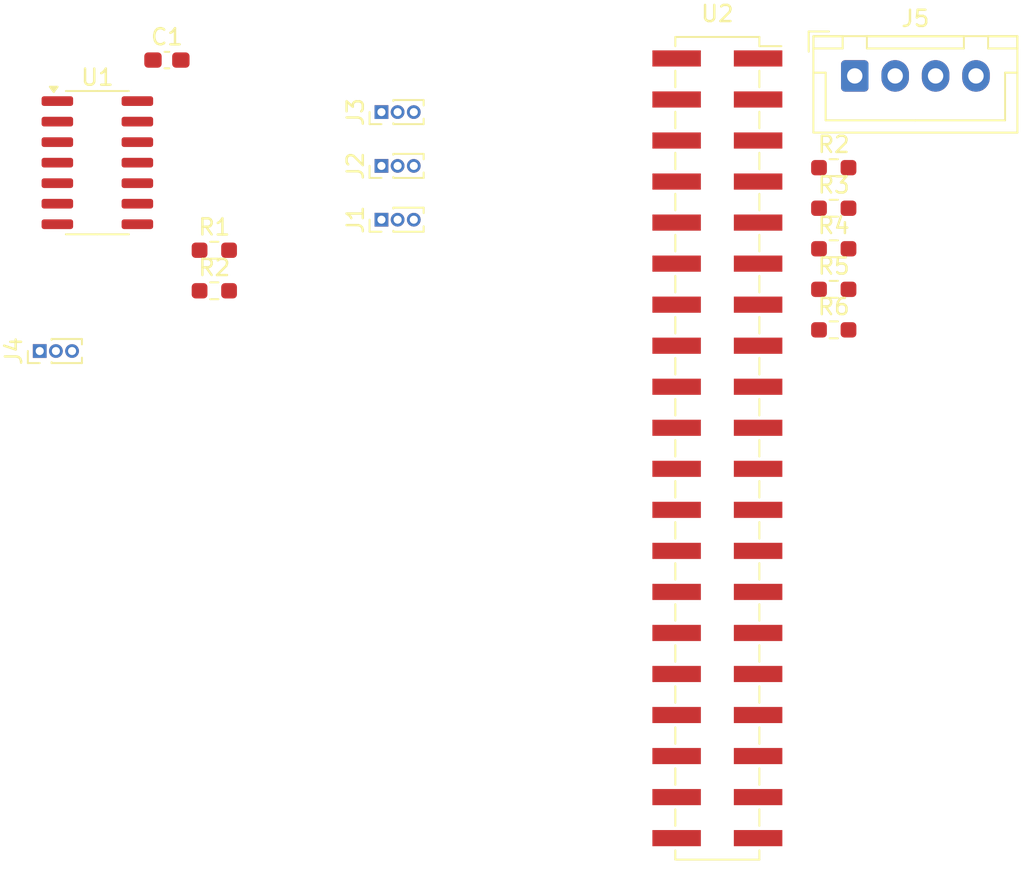
<source format=kicad_pcb>
(kicad_pcb (version 20241229) (generator "pcbnew") (generator_version "9.0")
  (layers (0 "F.Cu" signal) (2 "B.Cu" signal) (13 "F.Paste" user) (15 "B.Paste" user) (5 "F.SilkS" user "F.Silkscreen") (7 "B.SilkS" user "B.Silkscreen") (1 "F.Mask" user) (3 "B.Mask" user) (25 "Edge.Cuts" user))
  (net 0 "")
  (net 1 "+5V")
  (net 2 "GND")
  (net 3 "+6.6V")
  (net 4 "STS3032 signal")
  (net 5 "KRS3301 signal")
  (net 6 "HS45HB-0 signal")
  (net 7 "HS45HB-1 signal")
  (net 10 "Teensy TX2")
  (net 11 "Teensy TX1")
  (net 14 "Teensy 2?")
  (net 23 "Teensy 4?")
  (net 24 "Teensy 3?")
  (net 65 "+3.3V")
  (footprint "Connector_PinSocket_2.54mm:PinSocket_2x20_P2.54mm_Vertical_SMD" (layer "F.Cu") (at 108.17 83.95)
    (property "Reference" "U2" (at 0 -26.9 0) (layer "F.SilkS"))
    (property "Value" "K230D")
    (fp_line (start -2.6 -25.46) (end -2.6 -24.89) (stroke (width 0.12)) (layer "F.SilkS"))
    (fp_line (start -2.6 -25.46) (end 2.6 -25.46) (stroke (width 0.12)) (layer "F.SilkS"))
    (fp_line (start -2.6 -23.37) (end -2.6 -22.35) (stroke (width 0.12)) (layer "F.SilkS"))
    (fp_line (start -2.6 -20.83) (end -2.6 -19.81) (stroke (width 0.12)) (layer "F.SilkS"))
    (fp_line (start -2.6 -18.29) (end -2.6 -17.27) (stroke (width 0.12)) (layer "F.SilkS"))
    (fp_line (start -2.6 -15.75) (end -2.6 -14.73) (stroke (width 0.12)) (layer "F.SilkS"))
    (fp_line (start -2.6 -13.21) (end -2.6 -12.19) (stroke (width 0.12)) (layer "F.SilkS"))
    (fp_line (start -2.6 -10.67) (end -2.6 -9.65) (stroke (width 0.12)) (layer "F.SilkS"))
    (fp_line (start -2.6 -8.13) (end -2.6 -7.11) (stroke (width 0.12)) (layer "F.SilkS"))
    (fp_line (start -2.6 -5.59) (end -2.6 -4.57) (stroke (width 0.12)) (layer "F.SilkS"))
    (fp_line (start -2.6 -3.05) (end -2.6 -2.03) (stroke (width 0.12)) (layer "F.SilkS"))
    (fp_line (start -2.6 -0.51) (end -2.6 0.51) (stroke (width 0.12)) (layer "F.SilkS"))
    (fp_line (start -2.6 2.03) (end -2.6 3.05) (stroke (width 0.12)) (layer "F.SilkS"))
    (fp_line (start -2.6 4.57) (end -2.6 5.59) (stroke (width 0.12)) (layer "F.SilkS"))
    (fp_line (start -2.6 7.11) (end -2.6 8.13) (stroke (width 0.12)) (layer "F.SilkS"))
    (fp_line (start -2.6 9.65) (end -2.6 10.67) (stroke (width 0.12)) (layer "F.SilkS"))
    (fp_line (start -2.6 12.19) (end -2.6 13.21) (stroke (width 0.12)) (layer "F.SilkS"))
    (fp_line (start -2.6 14.73) (end -2.6 15.75) (stroke (width 0.12)) (layer "F.SilkS"))
    (fp_line (start -2.6 17.27) (end -2.6 18.29) (stroke (width 0.12)) (layer "F.SilkS"))
    (fp_line (start -2.6 19.81) (end -2.6 20.83) (stroke (width 0.12)) (layer "F.SilkS"))
    (fp_line (start -2.6 22.35) (end -2.6 23.37) (stroke (width 0.12)) (layer "F.SilkS"))
    (fp_line (start -2.6 24.89) (end -2.6 25.46) (stroke (width 0.12)) (layer "F.SilkS"))
    (fp_line (start -2.6 25.46) (end 2.6 25.46) (stroke (width 0.12)) (layer "F.SilkS"))
    (fp_line (start 2.6 -25.46) (end 2.6 -24.89) (stroke (width 0.12)) (layer "F.SilkS"))
    (fp_line (start 2.6 -24.89) (end 3.96 -24.89) (stroke (width 0.12)) (layer "F.SilkS"))
    (fp_line (start 2.6 -23.37) (end 2.6 -22.35) (stroke (width 0.12)) (layer "F.SilkS"))
    (fp_line (start 2.6 -20.83) (end 2.6 -19.81) (stroke (width 0.12)) (layer "F.SilkS"))
    (fp_line (start 2.6 -18.29) (end 2.6 -17.27) (stroke (width 0.12)) (layer "F.SilkS"))
    (fp_line (start 2.6 -15.75) (end 2.6 -14.73) (stroke (width 0.12)) (layer "F.SilkS"))
    (fp_line (start 2.6 -13.21) (end 2.6 -12.19) (stroke (width 0.12)) (layer "F.SilkS"))
    (fp_line (start 2.6 -10.67) (end 2.6 -9.65) (stroke (width 0.12)) (layer "F.SilkS"))
    (fp_line (start 2.6 -8.13) (end 2.6 -7.11) (stroke (width 0.12)) (layer "F.SilkS"))
    (fp_line (start 2.6 -5.59) (end 2.6 -4.57) (stroke (width 0.12)) (layer "F.SilkS"))
    (fp_line (start 2.6 -3.05) (end 2.6 -2.03) (stroke (width 0.12)) (layer "F.SilkS"))
    (fp_line (start 2.6 -0.51) (end 2.6 0.51) (stroke (width 0.12)) (layer "F.SilkS"))
    (fp_line (start 2.6 2.03) (end 2.6 3.05) (stroke (width 0.12)) (layer "F.SilkS"))
    (fp_line (start 2.6 4.57) (end 2.6 5.59) (stroke (width 0.12)) (layer "F.SilkS"))
    (fp_line (start 2.6 7.11) (end 2.6 8.13) (stroke (width 0.12)) (layer "F.SilkS"))
    (fp_line (start 2.6 9.65) (end 2.6 10.67) (stroke (width 0.12)) (layer "F.SilkS"))
    (fp_line (start 2.6 12.19) (end 2.6 13.21) (stroke (width 0.12)) (layer "F.SilkS"))
    (fp_line (start 2.6 14.73) (end 2.6 15.75) (stroke (width 0.12)) (layer "F.SilkS"))
    (fp_line (start 2.6 17.27) (end 2.6 18.29) (stroke (width 0.12)) (layer "F.SilkS"))
    (fp_line (start 2.6 19.81) (end 2.6 20.83) (stroke (width 0.12)) (layer "F.SilkS"))
    (fp_line (start 2.6 22.35) (end 2.6 23.37) (stroke (width 0.12)) (layer "F.SilkS"))
    (fp_line (start 2.6 24.89) (end 2.6 25.46) (stroke (width 0.12)) (layer "F.SilkS"))
    (pad "1" smd rect (at 2.52 -24.13) (size 3 1) (layers "F.Cu" "F.Mask" "F.Paste"))
    (pad "2" smd rect (at -2.52 -24.13) (size 3 1) (layers "F.Cu" "F.Mask" "F.Paste"))
    (pad "3" smd rect (at 2.52 -21.59) (size 3 1) (layers "F.Cu" "F.Mask" "F.Paste"))
    (pad "4" smd rect (at -2.52 -21.59) (size 3 1) (layers "F.Cu" "F.Mask" "F.Paste"))
    (pad "5" smd rect (at 2.52 -19.05) (size 3 1) (layers "F.Cu" "F.Mask" "F.Paste"))
    (pad "6" smd rect (at -2.52 -19.05) (size 3 1) (layers "F.Cu" "F.Mask" "F.Paste"))
    (pad "7" smd rect (at 2.52 -16.51) (size 3 1) (layers "F.Cu" "F.Mask" "F.Paste"))
    (pad "8" smd rect (at -2.52 -16.51) (size 3 1) (layers "F.Cu" "F.Mask" "F.Paste"))
    (pad "9" smd rect (at 2.52 -13.97) (size 3 1) (layers "F.Cu" "F.Mask" "F.Paste"))
    (pad "10" smd rect (at -2.52 -13.97) (size 3 1) (layers "F.Cu" "F.Mask" "F.Paste"))
    (pad "11" smd rect (at 2.52 -11.43) (size 3 1) (layers "F.Cu" "F.Mask" "F.Paste"))
    (pad "12" smd rect (at -2.52 -11.43) (size 3 1) (layers "F.Cu" "F.Mask" "F.Paste"))
    (pad "13" smd rect (at 2.52 -8.89) (size 3 1) (layers "F.Cu" "F.Mask" "F.Paste"))
    (pad "14" smd rect (at -2.52 -8.89) (size 3 1) (layers "F.Cu" "F.Mask" "F.Paste"))
    (pad "15" smd rect (at 2.52 -6.35) (size 3 1) (layers "F.Cu" "F.Mask" "F.Paste"))
    (pad "16" smd rect (at -2.52 -6.35) (size 3 1) (layers "F.Cu" "F.Mask" "F.Paste"))
    (pad "17" smd rect (at 2.52 -3.81) (size 3 1) (layers "F.Cu" "F.Mask" "F.Paste"))
    (pad "18" smd rect (at -2.52 -3.81) (size 3 1) (layers "F.Cu" "F.Mask" "F.Paste"))
    (pad "19" smd rect (at 2.52 -1.27) (size 3 1) (layers "F.Cu" "F.Mask" "F.Paste"))
    (pad "20" smd rect (at -2.52 -1.27) (size 3 1) (layers "F.Cu" "F.Mask" "F.Paste"))
    (pad "21" smd rect (at 2.52 1.27) (size 3 1) (layers "F.Cu" "F.Mask" "F.Paste"))
    (pad "22" smd rect (at -2.52 1.27) (size 3 1) (layers "F.Cu" "F.Mask" "F.Paste"))
    (pad "23" smd rect (at 2.52 3.81) (size 3 1) (layers "F.Cu" "F.Mask" "F.Paste"))
    (pad "24" smd rect (at -2.52 3.81) (size 3 1) (layers "F.Cu" "F.Mask" "F.Paste"))
    (pad "25" smd rect (at 2.52 6.35) (size 3 1) (layers "F.Cu" "F.Mask" "F.Paste"))
    (pad "26" smd rect (at -2.52 6.35) (size 3 1) (layers "F.Cu" "F.Mask" "F.Paste"))
    (pad "27" smd rect (at 2.52 8.89) (size 3 1) (layers "F.Cu" "F.Mask" "F.Paste"))
    (pad "28" smd rect (at -2.52 8.89) (size 3 1) (layers "F.Cu" "F.Mask" "F.Paste"))
    (pad "29" smd rect (at 2.52 11.43) (size 3 1) (layers "F.Cu" "F.Mask" "F.Paste"))
    (pad "30" smd rect (at -2.52 11.43) (size 3 1) (layers "F.Cu" "F.Mask" "F.Paste"))
    (pad "31" smd rect (at 2.52 13.97) (size 3 1) (layers "F.Cu" "F.Mask" "F.Paste"))
    (pad "32" smd rect (at -2.52 13.97) (size 3 1) (layers "F.Cu" "F.Mask" "F.Paste"))
    (pad "33" smd rect (at 2.52 16.51) (size 3 1) (layers "F.Cu" "F.Mask" "F.Paste"))
    (pad "34" smd rect (at -2.52 16.51) (size 3 1) (layers "F.Cu" "F.Mask" "F.Paste"))
    (pad "35" smd rect (at 2.52 19.05) (size 3 1) (layers "F.Cu" "F.Mask" "F.Paste"))
    (pad "36" smd rect (at -2.52 19.05) (size 3 1) (layers "F.Cu" "F.Mask" "F.Paste"))
    (pad "37" smd rect (at 2.52 21.59) (size 3 1) (layers "F.Cu" "F.Mask" "F.Paste"))
    (pad "38" smd rect (at -2.52 21.59) (size 3 1) (layers "F.Cu" "F.Mask" "F.Paste"))
    (pad "39" smd rect (at 2.52 24.13) (size 3 1) (layers "F.Cu" "F.Mask" "F.Paste"))
    (pad "40" smd rect (at -2.52 24.13) (size 3 1) (layers "F.Cu" "F.Mask" "F.Paste"))
  )
  (footprint "Resistor_SMD:R_0603_1608Metric_Pad0.98x0.95mm_HandSolder" (layer "F.Cu") (at 77.05 71.69)
    (property "Reference" "R1" (at 0 -1.43 0) (layer "F.SilkS"))
    (property "Value" "10k")
    (fp_line (start -0.254724 -0.5225) (end 0.254724 -0.5225) (stroke (width 0.12)) (layer "F.SilkS"))
    (fp_line (start -0.254724 0.5225) (end 0.254724 0.5225) (stroke (width 0.12)) (layer "F.SilkS"))
    (pad "1" smd roundrect (at -0.9125 0) (size 0.975 0.95) (layers "F.Cu" "F.Mask" "F.Paste") (net 2 "GND"))
    (pad "2" smd roundrect (at 0.9125 0) (size 0.975 0.95) (layers "F.Cu" "F.Mask" "F.Paste") (net 14 "Teensy 2?"))
  )
  (footprint "Resistor_SMD:R_0603_1608Metric_Pad0.98x0.95mm_HandSolder" (layer "F.Cu") (at 115.37 76.62)
    (property "Reference" "R6" (at 0 -1.43 0) (layer "F.SilkS"))
    (property "Value" "10k?")
    (fp_line (start -0.254724 -0.5225) (end 0.254724 -0.5225) (stroke (width 0.12)) (layer "F.SilkS"))
    (fp_line (start -0.254724 0.5225) (end 0.254724 0.5225) (stroke (width 0.12)) (layer "F.SilkS"))
    (pad "1" smd roundrect (at -0.9125 0) (size 0.975 0.95) (layers "F.Cu" "F.Mask" "F.Paste"))
    (pad "2" smd roundrect (at 0.9125 0) (size 0.975 0.95) (layers "F.Cu" "F.Mask" "F.Paste"))
  )
  (footprint "Connector_PinHeader_1.00mm:PinHeader_1x03_P1.00mm_Vertical" (layer "F.Cu") (at 87.39 66.47 90)
    (property "Reference" "J2" (at 0 -1.61 90) (layer "F.SilkS"))
    (property "Value" "KRS3301")
    (fp_line (start -0.745 -0.735) (end 0 -0.735) (stroke (width 0.12)) (layer "F.SilkS"))
    (fp_line (start -0.745 0) (end -0.745 -0.735) (stroke (width 0.12)) (layer "F.SilkS"))
    (fp_line (start 0.745 0.735) (end 0.745 2.61) (stroke (width 0.12)) (layer "F.SilkS"))
    (fp_line (start 0.685565 0.735) (end 0.745 0.735) (stroke (width 0.12)) (layer "F.SilkS"))
    (fp_line (start -0.745 0.735) (end -0.685565 0.735) (stroke (width 0.12)) (layer "F.SilkS"))
    (fp_line (start -0.745 0.735) (end -0.745 2.61) (stroke (width 0.12)) (layer "F.SilkS"))
    (fp_line (start 0.41003 2.61) (end 0.745 2.61) (stroke (width 0.12)) (layer "F.SilkS"))
    (fp_line (start -0.745 2.61) (end -0.41003 2.61) (stroke (width 0.12)) (layer "F.SilkS"))
    (pad "1" thru_hole rect (at 0 0 90) (size 0.85 0.85) (drill 0.5) (layers "*.Cu" "*.Mask") (net 3 "+6.6V"))
    (pad "2" thru_hole circle (at 0 1 90) (size 0.85 0.85) (drill 0.5) (layers "*.Cu" "*.Mask") (net 5 "KRS3301 signal"))
    (pad "3" thru_hole circle (at 0 2 90) (size 0.85 0.85) (drill 0.5) (layers "*.Cu" "*.Mask") (net 2 "GND"))
  )
  (footprint "Connector_JST:JST_XH_B4B-XH-A_1x04_P2.50mm_Vertical" (layer "F.Cu") (at 116.67 60.9)
    (property "Reference" "J5" (at 3.75 -3.55 0) (layer "F.SilkS"))
    (property "Value" "IMU MPU6050")
    (fp_line (start -2.85 -2.75) (end -2.85 -1.5) (stroke (width 0.12)) (layer "F.SilkS"))
    (fp_line (start -2.56 -2.46) (end -2.56 3.51) (stroke (width 0.12)) (layer "F.SilkS"))
    (fp_line (start -2.56 3.51) (end 10.06 3.51) (stroke (width 0.12)) (layer "F.SilkS"))
    (fp_line (start -2.55 -2.45) (end -2.55 -1.7) (stroke (width 0.12)) (layer "F.SilkS"))
    (fp_line (start -2.55 -1.7) (end -0.75 -1.7) (stroke (width 0.12)) (layer "F.SilkS"))
    (fp_line (start -2.55 -0.2) (end -1.8 -0.2) (stroke (width 0.12)) (layer "F.SilkS"))
    (fp_line (start -1.8 -0.2) (end -1.8 2.75) (stroke (width 0.12)) (layer "F.SilkS"))
    (fp_line (start -1.8 2.75) (end 3.75 2.75) (stroke (width 0.12)) (layer "F.SilkS"))
    (fp_line (start -1.6 -2.75) (end -2.85 -2.75) (stroke (width 0.12)) (layer "F.SilkS"))
    (fp_line (start -0.75 -2.45) (end -2.55 -2.45) (stroke (width 0.12)) (layer "F.SilkS"))
    (fp_line (start -0.75 -1.7) (end -0.75 -2.45) (stroke (width 0.12)) (layer "F.SilkS"))
    (fp_line (start 0.75 -2.45) (end 0.75 -1.7) (stroke (width 0.12)) (layer "F.SilkS"))
    (fp_line (start 0.75 -1.7) (end 6.75 -1.7) (stroke (width 0.12)) (layer "F.SilkS"))
    (fp_line (start 6.75 -2.45) (end 0.75 -2.45) (stroke (width 0.12)) (layer "F.SilkS"))
    (fp_line (start 6.75 -1.7) (end 6.75 -2.45) (stroke (width 0.12)) (layer "F.SilkS"))
    (fp_line (start 8.25 -2.45) (end 8.25 -1.7) (stroke (width 0.12)) (layer "F.SilkS"))
    (fp_line (start 8.25 -1.7) (end 10.05 -1.7) (stroke (width 0.12)) (layer "F.SilkS"))
    (fp_line (start 9.3 -0.2) (end 9.3 2.75) (stroke (width 0.12)) (layer "F.SilkS"))
    (fp_line (start 9.3 2.75) (end 3.75 2.75) (stroke (width 0.12)) (layer "F.SilkS"))
    (fp_line (start 10.05 -2.45) (end 8.25 -2.45) (stroke (width 0.12)) (layer "F.SilkS"))
    (fp_line (start 10.05 -1.7) (end 10.05 -2.45) (stroke (width 0.12)) (layer "F.SilkS"))
    (fp_line (start 10.05 -0.2) (end 9.3 -0.2) (stroke (width 0.12)) (layer "F.SilkS"))
    (fp_line (start 10.06 -2.46) (end -2.56 -2.46) (stroke (width 0.12)) (layer "F.SilkS"))
    (fp_line (start 10.06 3.51) (end 10.06 -2.46) (stroke (width 0.12)) (layer "F.SilkS"))
    (pad "1" thru_hole roundrect (at 0 0) (size 1.7 1.95) (drill 0.95) (layers "*.Cu" "*.Mask") (roundrect_rratio 0.147059) (net 2 "GND"))
    (pad "2" thru_hole oval (at 2.5 0) (size 1.7 1.95) (drill 0.95) (layers "*.Cu" "*.Mask") (net 65 "+3.3V"))
    (pad "3" thru_hole oval (at 5 0) (size 1.7 1.95) (drill 0.95) (layers "*.Cu" "*.Mask"))
    (pad "4" thru_hole oval (at 7.5 0) (size 1.7 1.95) (drill 0.95) (layers "*.Cu" "*.Mask"))
  )
  (footprint "Connector_PinHeader_1.00mm:PinHeader_1x03_P1.00mm_Vertical" (layer "F.Cu") (at 87.39 69.8 90)
    (property "Reference" "J1" (at 0 -1.61 90) (layer "F.SilkS"))
    (property "Value" "STS3032")
    (fp_line (start -0.745 -0.735) (end 0 -0.735) (stroke (width 0.12)) (layer "F.SilkS"))
    (fp_line (start -0.745 0) (end -0.745 -0.735) (stroke (width 0.12)) (layer "F.SilkS"))
    (fp_line (start 0.745 0.735) (end 0.745 2.61) (stroke (width 0.12)) (layer "F.SilkS"))
    (fp_line (start 0.685565 0.735) (end 0.745 0.735) (stroke (width 0.12)) (layer "F.SilkS"))
    (fp_line (start -0.745 0.735) (end -0.685565 0.735) (stroke (width 0.12)) (layer "F.SilkS"))
    (fp_line (start -0.745 0.735) (end -0.745 2.61) (stroke (width 0.12)) (layer "F.SilkS"))
    (fp_line (start 0.41003 2.61) (end 0.745 2.61) (stroke (width 0.12)) (layer "F.SilkS"))
    (fp_line (start -0.745 2.61) (end -0.41003 2.61) (stroke (width 0.12)) (layer "F.SilkS"))
    (pad "1" thru_hole rect (at 0 0 90) (size 0.85 0.85) (drill 0.5) (layers "*.Cu" "*.Mask") (net 3 "+6.6V"))
    (pad "2" thru_hole circle (at 0 1 90) (size 0.85 0.85) (drill 0.5) (layers "*.Cu" "*.Mask") (net 4 "STS3032 signal"))
    (pad "3" thru_hole circle (at 0 2 90) (size 0.85 0.85) (drill 0.5) (layers "*.Cu" "*.Mask") (net 2 "GND"))
  )
  (footprint "Resistor_SMD:R_0603_1608Metric_Pad0.98x0.95mm_HandSolder" (layer "F.Cu") (at 77.05 74.2)
    (property "Reference" "R2" (at 0 -1.43 0) (layer "F.SilkS"))
    (property "Value" "10k")
    (fp_line (start -0.254724 -0.5225) (end 0.254724 -0.5225) (stroke (width 0.12)) (layer "F.SilkS"))
    (fp_line (start -0.254724 0.5225) (end 0.254724 0.5225) (stroke (width 0.12)) (layer "F.SilkS"))
    (pad "1" smd roundrect (at -0.9125 0) (size 0.975 0.95) (layers "F.Cu" "F.Mask" "F.Paste"))
    (pad "2" smd roundrect (at 0.9125 0) (size 0.975 0.95) (layers "F.Cu" "F.Mask" "F.Paste"))
  )
  (footprint "Resistor_SMD:R_0603_1608Metric_Pad0.98x0.95mm_HandSolder" (layer "F.Cu") (at 115.37 69.09)
    (property "Reference" "R3" (at 0 -1.43 0) (layer "F.SilkS"))
    (property "Value" "10k?")
    (fp_line (start -0.254724 -0.5225) (end 0.254724 -0.5225) (stroke (width 0.12)) (layer "F.SilkS"))
    (fp_line (start -0.254724 0.5225) (end 0.254724 0.5225) (stroke (width 0.12)) (layer "F.SilkS"))
    (pad "1" smd roundrect (at -0.9125 0) (size 0.975 0.95) (layers "F.Cu" "F.Mask" "F.Paste"))
    (pad "2" smd roundrect (at 0.9125 0) (size 0.975 0.95) (layers "F.Cu" "F.Mask" "F.Paste"))
  )
  (footprint "Package_SO:SOIC-14_3.9x8.7mm_P1.27mm" (layer "F.Cu") (at 69.815 66.27)
    (property "Reference" "U1" (at 0 -5.28 0) (layer "F.SilkS"))
    (property "Value" "74LS126")
    (fp_line (start 0 -4.435) (end -1.95 -4.435) (stroke (width 0.12)) (layer "F.SilkS"))
    (fp_line (start 0 -4.435) (end 1.95 -4.435) (stroke (width 0.12)) (layer "F.SilkS"))
    (fp_line (start 0 4.435) (end -1.95 4.435) (stroke (width 0.12)) (layer "F.SilkS"))
    (fp_line (start 0 4.435) (end 1.95 4.435) (stroke (width 0.12)) (layer "F.SilkS"))
    (fp_poly (pts (xy -2.7 -4.37) (xy -2.94 -4.7) (xy -2.46 -4.7)) (stroke (width 0.12)) (fill yes) (layer "F.SilkS"))
    (pad "1" smd roundrect (at -2.475 -3.81) (size 1.95 0.6) (layers "F.Cu" "F.Mask" "F.Paste") (net 14 "Teensy 2?"))
    (pad "2" smd roundrect (at -2.475 -2.54) (size 1.95 0.6) (layers "F.Cu" "F.Mask" "F.Paste") (net 11 "Teensy TX1"))
    (pad "3" smd roundrect (at -2.475 -1.27) (size 1.95 0.6) (layers "F.Cu" "F.Mask" "F.Paste") (net 4 "STS3032 signal"))
    (pad "4" smd roundrect (at -2.475 0) (size 1.95 0.6) (layers "F.Cu" "F.Mask" "F.Paste") (net 1 "+5V"))
    (pad "5" smd roundrect (at -2.475 1.27) (size 1.95 0.6) (layers "F.Cu" "F.Mask" "F.Paste") (net 10 "Teensy TX2"))
    (pad "6" smd roundrect (at -2.475 2.54) (size 1.95 0.6) (layers "F.Cu" "F.Mask" "F.Paste") (net 5 "KRS3301 signal"))
    (pad "7" smd roundrect (at -2.475 3.81) (size 1.95 0.6) (layers "F.Cu" "F.Mask" "F.Paste") (net 2 "GND"))
    (pad "8" smd roundrect (at 2.475 3.81) (size 1.95 0.6) (layers "F.Cu" "F.Mask" "F.Paste") (net 6 "HS45HB-0 signal"))
    (pad "9" smd roundrect (at 2.475 2.54) (size 1.95 0.6) (layers "F.Cu" "F.Mask" "F.Paste") (net 24 "Teensy 3?"))
    (pad "10" smd roundrect (at 2.475 1.27) (size 1.95 0.6) (layers "F.Cu" "F.Mask" "F.Paste") (net 1 "+5V"))
    (pad "11" smd roundrect (at 2.475 0) (size 1.95 0.6) (layers "F.Cu" "F.Mask" "F.Paste") (net 7 "HS45HB-1 signal"))
    (pad "12" smd roundrect (at 2.475 -1.27) (size 1.95 0.6) (layers "F.Cu" "F.Mask" "F.Paste") (net 23 "Teensy 4?"))
    (pad "13" smd roundrect (at 2.475 -2.54) (size 1.95 0.6) (layers "F.Cu" "F.Mask" "F.Paste") (net 1 "+5V"))
    (pad "14" smd roundrect (at 2.475 -3.81) (size 1.95 0.6) (layers "F.Cu" "F.Mask" "F.Paste") (net 1 "+5V"))
  )
  (footprint "Connector_PinHeader_1.00mm:PinHeader_1x03_P1.00mm_Vertical" (layer "F.Cu") (at 87.39 63.14 90)
    (property "Reference" "J3" (at 0 -1.61 90) (layer "F.SilkS"))
    (property "Value" "HS45HB-0")
    (fp_line (start -0.745 -0.735) (end 0 -0.735) (stroke (width 0.12)) (layer "F.SilkS"))
    (fp_line (start -0.745 0) (end -0.745 -0.735) (stroke (width 0.12)) (layer "F.SilkS"))
    (fp_line (start 0.745 0.735) (end 0.745 2.61) (stroke (width 0.12)) (layer "F.SilkS"))
    (fp_line (start 0.685565 0.735) (end 0.745 0.735) (stroke (width 0.12)) (layer "F.SilkS"))
    (fp_line (start -0.745 0.735) (end -0.685565 0.735) (stroke (width 0.12)) (layer "F.SilkS"))
    (fp_line (start -0.745 0.735) (end -0.745 2.61) (stroke (width 0.12)) (layer "F.SilkS"))
    (fp_line (start 0.41003 2.61) (end 0.745 2.61) (stroke (width 0.12)) (layer "F.SilkS"))
    (fp_line (start -0.745 2.61) (end -0.41003 2.61) (stroke (width 0.12)) (layer "F.SilkS"))
    (pad "1" thru_hole rect (at 0 0 90) (size 0.85 0.85) (drill 0.5) (layers "*.Cu" "*.Mask") (net 1 "+5V"))
    (pad "2" thru_hole circle (at 0 1 90) (size 0.85 0.85) (drill 0.5) (layers "*.Cu" "*.Mask") (net 6 "HS45HB-0 signal"))
    (pad "3" thru_hole circle (at 0 2 90) (size 0.85 0.85) (drill 0.5) (layers "*.Cu" "*.Mask") (net 2 "GND"))
  )
  (footprint "Resistor_SMD:R_0603_1608Metric_Pad0.98x0.95mm_HandSolder" (layer "F.Cu") (at 115.37 74.11)
    (property "Reference" "R5" (at 0 -1.43 0) (layer "F.SilkS"))
    (property "Value" "10k?")
    (fp_line (start -0.254724 -0.5225) (end 0.254724 -0.5225) (stroke (width 0.12)) (layer "F.SilkS"))
    (fp_line (start -0.254724 0.5225) (end 0.254724 0.5225) (stroke (width 0.12)) (layer "F.SilkS"))
    (pad "1" smd roundrect (at -0.9125 0) (size 0.975 0.95) (layers "F.Cu" "F.Mask" "F.Paste"))
    (pad "2" smd roundrect (at 0.9125 0) (size 0.975 0.95) (layers "F.Cu" "F.Mask" "F.Paste"))
  )
  (footprint "Capacitor_SMD:C_0603_1608Metric_Pad1.08x0.95mm_HandSolder" (layer "F.Cu") (at 74.1175 59.92)
    (property "Reference" "C1" (at 0 -1.43 0) (layer "F.SilkS"))
    (property "Value" "0.1uF")
    (fp_line (start -0.146267 -0.51) (end 0.146267 -0.51) (stroke (width 0.12)) (layer "F.SilkS"))
    (fp_line (start -0.146267 0.51) (end 0.146267 0.51) (stroke (width 0.12)) (layer "F.SilkS"))
    (pad "1" smd roundrect (at -0.8625 0) (size 1.075 0.95) (layers "F.Cu" "F.Mask" "F.Paste") (net 2 "GND"))
    (pad "2" smd roundrect (at 0.8625 0) (size 1.075 0.95) (layers "F.Cu" "F.Mask" "F.Paste") (net 1 "+5V"))
  )
  (footprint "Connector_PinHeader_1.00mm:PinHeader_1x03_P1.00mm_Vertical" (layer "F.Cu") (at 66.25 77.93 90)
    (property "Reference" "J4" (at 0 -1.61 90) (layer "F.SilkS"))
    (property "Value" "HS45HB-1")
    (fp_line (start -0.745 -0.735) (end 0 -0.735) (stroke (width 0.12)) (layer "F.SilkS"))
    (fp_line (start -0.745 0) (end -0.745 -0.735) (stroke (width 0.12)) (layer "F.SilkS"))
    (fp_line (start 0.745 0.735) (end 0.745 2.61) (stroke (width 0.12)) (layer "F.SilkS"))
    (fp_line (start 0.685565 0.735) (end 0.745 0.735) (stroke (width 0.12)) (layer "F.SilkS"))
    (fp_line (start -0.745 0.735) (end -0.685565 0.735) (stroke (width 0.12)) (layer "F.SilkS"))
    (fp_line (start -0.745 0.735) (end -0.745 2.61) (stroke (width 0.12)) (layer "F.SilkS"))
    (fp_line (start 0.41003 2.61) (end 0.745 2.61) (stroke (width 0.12)) (layer "F.SilkS"))
    (fp_line (start -0.745 2.61) (end -0.41003 2.61) (stroke (width 0.12)) (layer "F.SilkS"))
    (pad "1" thru_hole rect (at 0 0 90) (size 0.85 0.85) (drill 0.5) (layers "*.Cu" "*.Mask") (net 1 "+5V"))
    (pad "2" thru_hole circle (at 0 1 90) (size 0.85 0.85) (drill 0.5) (layers "*.Cu" "*.Mask") (net 7 "HS45HB-1 signal"))
    (pad "3" thru_hole circle (at 0 2 90) (size 0.85 0.85) (drill 0.5) (layers "*.Cu" "*.Mask") (net 2 "GND"))
  )
  (footprint "Resistor_SMD:R_0603_1608Metric_Pad0.98x0.95mm_HandSolder" (layer "F.Cu") (at 115.37 66.58)
    (property "Reference" "R2" (at 0 -1.43 0) (layer "F.SilkS"))
    (property "Value" "10k?")
    (fp_line (start -0.254724 -0.5225) (end 0.254724 -0.5225) (stroke (width 0.12)) (layer "F.SilkS"))
    (fp_line (start -0.254724 0.5225) (end 0.254724 0.5225) (stroke (width 0.12)) (layer "F.SilkS"))
    (pad "1" smd roundrect (at -0.9125 0) (size 0.975 0.95) (layers "F.Cu" "F.Mask" "F.Paste"))
    (pad "2" smd roundrect (at 0.9125 0) (size 0.975 0.95) (layers "F.Cu" "F.Mask" "F.Paste"))
  )
  (footprint "Resistor_SMD:R_0603_1608Metric_Pad0.98x0.95mm_HandSolder" (layer "F.Cu") (at 115.37 71.6)
    (property "Reference" "R4" (at 0 -1.43 0) (layer "F.SilkS"))
    (property "Value" "10k?")
    (fp_line (start -0.254724 -0.5225) (end 0.254724 -0.5225) (stroke (width 0.12)) (layer "F.SilkS"))
    (fp_line (start -0.254724 0.5225) (end 0.254724 0.5225) (stroke (width 0.12)) (layer "F.SilkS"))
    (pad "1" smd roundrect (at -0.9125 0) (size 0.975 0.95) (layers "F.Cu" "F.Mask" "F.Paste"))
    (pad "2" smd roundrect (at 0.9125 0) (size 0.975 0.95) (layers "F.Cu" "F.Mask" "F.Paste"))
  )
)
</source>
